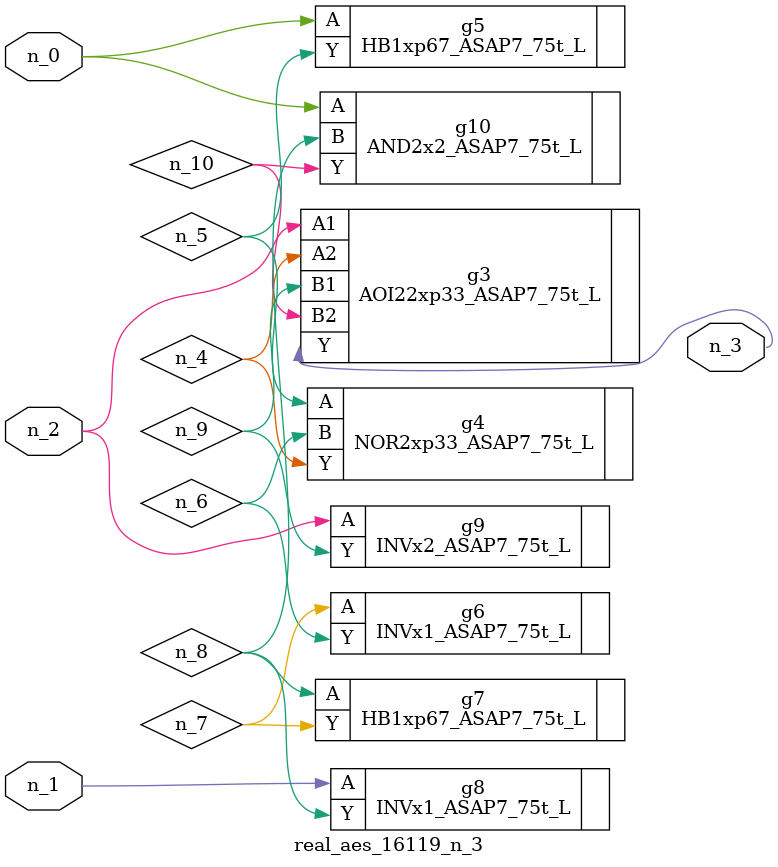
<source format=v>
module real_aes_16119_n_3 (n_0, n_2, n_1, n_3);
input n_0;
input n_2;
input n_1;
output n_3;
wire n_4;
wire n_5;
wire n_7;
wire n_8;
wire n_9;
wire n_6;
wire n_10;
HB1xp67_ASAP7_75t_L g5 ( .A(n_0), .Y(n_5) );
AND2x2_ASAP7_75t_L g10 ( .A(n_0), .B(n_8), .Y(n_10) );
INVx1_ASAP7_75t_L g8 ( .A(n_1), .Y(n_8) );
AOI22xp33_ASAP7_75t_L g3 ( .A1(n_2), .A2(n_4), .B1(n_9), .B2(n_10), .Y(n_3) );
INVx2_ASAP7_75t_L g9 ( .A(n_2), .Y(n_9) );
NOR2xp33_ASAP7_75t_L g4 ( .A(n_5), .B(n_6), .Y(n_4) );
INVx1_ASAP7_75t_L g6 ( .A(n_7), .Y(n_6) );
HB1xp67_ASAP7_75t_L g7 ( .A(n_8), .Y(n_7) );
endmodule
</source>
